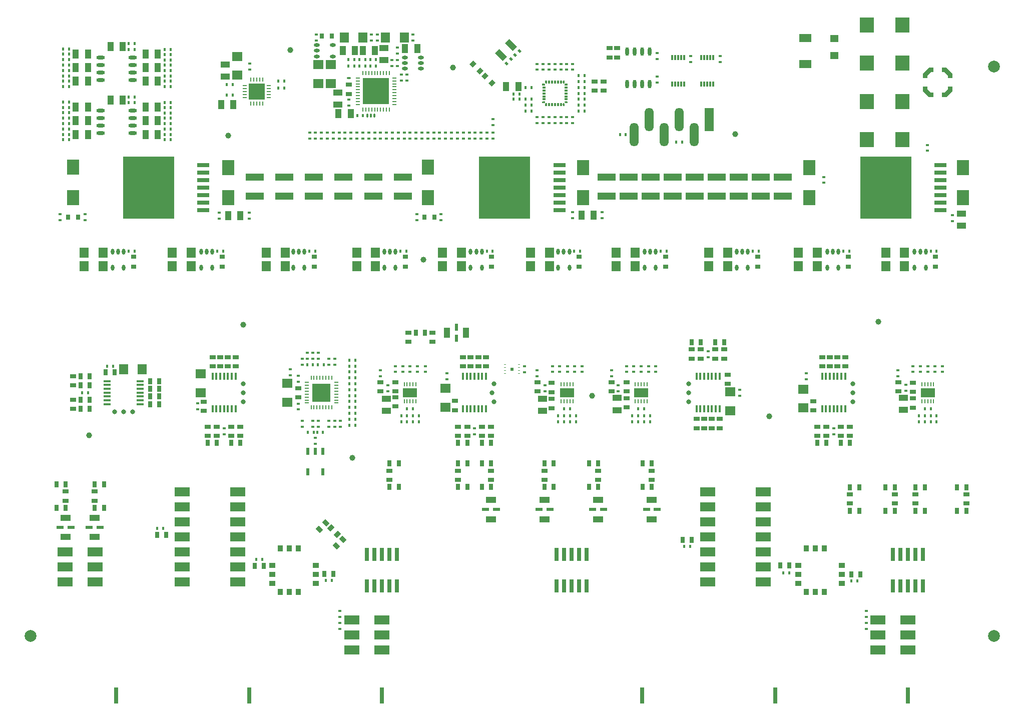
<source format=gtp>
G04*
G04 #@! TF.GenerationSoftware,Altium Limited,Altium Designer,19.1.8 (144)*
G04*
G04 Layer_Color=8421504*
%FSLAX44Y44*%
%MOMM*%
G71*
G01*
G75*
%ADD20R,0.2500X0.7000*%
%ADD21R,2.3800X1.6500*%
%ADD22C,1.0000*%
%ADD23R,3.0480X1.2700*%
%ADD24R,2.1000X1.4000*%
%ADD25R,1.8000X1.6000*%
%ADD26R,0.4000X0.5000*%
%ADD27R,0.5000X0.4000*%
%ADD28R,1.1000X1.5000*%
%ADD29R,1.5000X1.1000*%
%ADD30R,2.0860X0.6890*%
%ADD31R,8.6900X10.4680*%
%ADD32R,1.6000X1.8000*%
%ADD33R,0.4000X0.8500*%
%ADD34R,3.1000X3.1000*%
%ADD35O,0.7500X0.2500*%
%ADD36O,0.2500X0.7500*%
%ADD37R,0.5600X1.2000*%
%ADD38R,2.5400X1.6500*%
%ADD39C,2.0000*%
%ADD40R,2.3500X2.5700*%
%ADD41R,0.7600X2.1600*%
%ADD42R,0.8000X1.0000*%
%ADD43R,1.0000X0.8000*%
G04:AMPARAMS|DCode=44|XSize=1mm|YSize=0.8mm|CornerRadius=0mm|HoleSize=0mm|Usage=FLASHONLY|Rotation=135.000|XOffset=0mm|YOffset=0mm|HoleType=Round|Shape=Rectangle|*
%AMROTATEDRECTD44*
4,1,4,0.6364,-0.0707,0.0707,-0.6364,-0.6364,0.0707,-0.0707,0.6364,0.6364,-0.0707,0.0*
%
%ADD44ROTATEDRECTD44*%

G04:AMPARAMS|DCode=45|XSize=1mm|YSize=0.8mm|CornerRadius=0mm|HoleSize=0mm|Usage=FLASHONLY|Rotation=225.000|XOffset=0mm|YOffset=0mm|HoleType=Round|Shape=Rectangle|*
%AMROTATEDRECTD45*
4,1,4,0.0707,0.6364,0.6364,0.0707,-0.0707,-0.6364,-0.6364,-0.0707,0.0707,0.6364,0.0*
%
%ADD45ROTATEDRECTD45*%

%ADD46O,0.6000X1.0000*%
%ADD47O,1.4500X0.6000*%
%ADD48R,4.5000X4.5000*%
%ADD49O,1.0000X0.6000*%
%ADD50R,0.8000X0.9500*%
%ADD51R,0.9500X0.8000*%
%ADD52R,2.1500X2.5700*%
G04:AMPARAMS|DCode=53|XSize=0.95mm|YSize=0.8mm|CornerRadius=0mm|HoleSize=0mm|Usage=FLASHONLY|Rotation=45.000|XOffset=0mm|YOffset=0mm|HoleType=Round|Shape=Rectangle|*
%AMROTATEDRECTD53*
4,1,4,-0.0530,-0.6187,-0.6187,-0.0530,0.0530,0.6187,0.6187,0.0530,-0.0530,-0.6187,0.0*
%
%ADD53ROTATEDRECTD53*%

%ADD54R,1.0700X0.8200*%
%ADD55R,0.8200X1.0700*%
%ADD56R,0.8000X2.8000*%
%ADD57R,0.4500X1.2000*%
%ADD58R,2.7500X2.7500*%
%ADD59O,0.6000X1.4500*%
G04:AMPARAMS|DCode=60|XSize=1mm|YSize=1.8mm|CornerRadius=0mm|HoleSize=0mm|Usage=FLASHONLY|Rotation=45.000|XOffset=0mm|YOffset=0mm|HoleType=Round|Shape=Rectangle|*
%AMROTATEDRECTD60*
4,1,4,0.2828,-0.9900,-0.9900,0.2828,-0.2828,0.9900,0.9900,-0.2828,0.2828,-0.9900,0.0*
%
%ADD60ROTATEDRECTD60*%

%ADD61R,1.4000X1.3000*%
%ADD62R,1.2450X0.6100*%
%ADD63R,1.8000X1.0400*%
G04:AMPARAMS|DCode=64|XSize=0.5mm|YSize=0.4mm|CornerRadius=0mm|HoleSize=0mm|Usage=FLASHONLY|Rotation=135.000|XOffset=0mm|YOffset=0mm|HoleType=Round|Shape=Rectangle|*
%AMROTATEDRECTD64*
4,1,4,0.3182,-0.0354,0.0354,-0.3182,-0.3182,0.0354,-0.0354,0.3182,0.3182,-0.0354,0.0*
%
%ADD64ROTATEDRECTD64*%

%ADD65R,0.3500X0.0500*%
%ADD66R,0.5000X0.5000*%
%ADD67R,0.3000X0.2000*%
%ADD68R,0.3000X0.5500*%
%ADD69R,0.5500X0.3000*%
%ADD70R,0.2000X0.3000*%
%ADD71R,1.2000X0.4500*%
%ADD72R,0.6100X1.2450*%
%ADD73R,1.0400X1.8000*%
%ADD74C,0.8000*%
%ADD75O,0.3000X0.8000*%
%ADD76O,0.8000X0.3000*%
%ADD77O,1.5000X4.0000*%
%ADD78R,1.5000X4.0000*%
%ADD79P,0.7071X4X180.0*%
G36*
X712500Y550000D02*
Y542500D01*
X708501Y542500D01*
X702501Y536501D01*
X702498Y532499D01*
X695000Y532500D01*
X695000Y540000D01*
X705000Y550000D01*
X712500Y550000D01*
D02*
G37*
G36*
X745000Y540000D02*
X745000Y532500D01*
X737502Y532499D01*
X737499Y536501D01*
X731499Y542500D01*
X727500Y542500D01*
Y550000D01*
X735000Y550000D01*
X745000Y540000D01*
D02*
G37*
G36*
X89003Y523996D02*
X87852Y522847D01*
X86003Y522846D01*
Y527846D01*
X89003D01*
X89003Y523996D01*
D02*
G37*
G36*
X59003Y522846D02*
X57154Y522847D01*
X56002Y523996D01*
X56003Y527846D01*
X59003D01*
Y522846D01*
D02*
G37*
G36*
X94003Y522846D02*
Y519846D01*
X89003D01*
X89004Y521696D01*
X90153Y522847D01*
X94003Y522846D01*
D02*
G37*
G36*
X56003Y521695D02*
X56003Y519846D01*
X51003D01*
Y522846D01*
X54853Y522847D01*
X56003Y521695D01*
D02*
G37*
G36*
X745000Y517500D02*
X745000Y510000D01*
X735000Y500000D01*
X727500Y500000D01*
Y507500D01*
X731499Y507500D01*
X737499Y513499D01*
X737502Y517501D01*
X745000Y517500D01*
D02*
G37*
G36*
X702501Y513499D02*
X708501Y507500D01*
X712500Y507500D01*
Y500000D01*
X705000Y500000D01*
X695000Y510000D01*
X695000Y517500D01*
X702498Y517501D01*
X702501Y513499D01*
D02*
G37*
G36*
X94003Y489847D02*
X90153Y489846D01*
X89004Y490998D01*
X89003Y492847D01*
X94003D01*
Y489847D01*
D02*
G37*
G36*
X56003Y490998D02*
X54853Y489846D01*
X51003Y489846D01*
Y492846D01*
X56003D01*
X56003Y490998D01*
D02*
G37*
G36*
X87852Y489846D02*
X89004Y488697D01*
X89003Y484847D01*
X86003D01*
Y489846D01*
X87852Y489846D01*
D02*
G37*
G36*
X59004Y484847D02*
X56003D01*
X56003Y488697D01*
X57154Y489846D01*
X59004Y489846D01*
Y484847D01*
D02*
G37*
D20*
X693147Y-14350D02*
D03*
X698147D02*
D03*
X703147D02*
D03*
X708147D02*
D03*
X713147D02*
D03*
Y14150D02*
D03*
X708147D02*
D03*
X703147D02*
D03*
X698147D02*
D03*
X693147D02*
D03*
X83197Y-14349D02*
D03*
X88197D02*
D03*
X93197D02*
D03*
X98197D02*
D03*
X103197D02*
D03*
Y14151D02*
D03*
X98197D02*
D03*
X93197D02*
D03*
X88197D02*
D03*
X83197D02*
D03*
X208197Y-14300D02*
D03*
X213197D02*
D03*
X218197D02*
D03*
X223197D02*
D03*
X228197D02*
D03*
Y14200D02*
D03*
X223197D02*
D03*
X218197D02*
D03*
X213197D02*
D03*
X208197D02*
D03*
X-182553Y-14350D02*
D03*
X-177553D02*
D03*
X-172553D02*
D03*
X-167553D02*
D03*
X-162553D02*
D03*
Y14150D02*
D03*
X-167553D02*
D03*
X-172553D02*
D03*
X-177553D02*
D03*
X-182553D02*
D03*
D21*
X703147Y-100D02*
D03*
X93197Y-99D02*
D03*
X218197Y-50D02*
D03*
X-172553Y-100D02*
D03*
D22*
X-715145Y-72500D02*
D03*
X377500Y437500D02*
D03*
X-150000Y225000D02*
D03*
X620000Y120000D02*
D03*
X435000Y-40000D02*
D03*
X-100000Y550000D02*
D03*
X-375000Y580000D02*
D03*
X-480000Y435000D02*
D03*
X135000Y-5000D02*
D03*
X-455000Y115000D02*
D03*
X-270000Y-110000D02*
D03*
D23*
X420378Y332450D02*
D03*
Y364450D02*
D03*
X-285050Y332450D02*
D03*
Y364450D02*
D03*
X-335050Y332450D02*
D03*
Y364450D02*
D03*
X308787Y332450D02*
D03*
Y364450D02*
D03*
X271591Y332450D02*
D03*
Y364450D02*
D03*
X234394Y332450D02*
D03*
Y364450D02*
D03*
X160000Y332450D02*
D03*
Y364450D02*
D03*
X197197Y332450D02*
D03*
Y364450D02*
D03*
X345984Y332450D02*
D03*
Y364450D02*
D03*
X383181Y332450D02*
D03*
Y364450D02*
D03*
X457575Y332450D02*
D03*
Y364450D02*
D03*
X-435050Y332450D02*
D03*
Y364450D02*
D03*
X-385050Y332450D02*
D03*
Y364450D02*
D03*
X-235050Y332450D02*
D03*
Y364450D02*
D03*
X-185050Y332450D02*
D03*
Y364450D02*
D03*
D24*
X496000Y555873D02*
D03*
Y599873D02*
D03*
D25*
X-327500Y555000D02*
D03*
Y523000D02*
D03*
X-306500Y555000D02*
D03*
Y523000D02*
D03*
X492500Y-26000D02*
D03*
X492500Y6000D02*
D03*
X-465000Y537000D02*
D03*
Y569000D02*
D03*
X-113000Y-25000D02*
D03*
Y7000D02*
D03*
X369000Y-31000D02*
D03*
Y1000D02*
D03*
X-526851Y31500D02*
D03*
Y-500D02*
D03*
X-380000Y15876D02*
D03*
Y-16123D02*
D03*
D26*
X278004Y424200D02*
D03*
X288004D02*
D03*
X-275000Y-45000D02*
D03*
X-265000D02*
D03*
X-328290Y47500D02*
D03*
X-318290D02*
D03*
X-329840Y-67000D02*
D03*
X-319840D02*
D03*
X-346790Y47500D02*
D03*
X-336790D02*
D03*
X-345240Y-67000D02*
D03*
X-335240D02*
D03*
X-265000Y45000D02*
D03*
X-275000D02*
D03*
X-265000Y-25000D02*
D03*
X-275000D02*
D03*
X-265000Y-35000D02*
D03*
X-275000D02*
D03*
X-265000Y15000D02*
D03*
X-275000D02*
D03*
X-265000Y5000D02*
D03*
X-275000D02*
D03*
X-265000Y-5000D02*
D03*
X-275000D02*
D03*
X-265000Y-55000D02*
D03*
X-275000D02*
D03*
X-265000Y55000D02*
D03*
X-275000D02*
D03*
X-265000Y35000D02*
D03*
X-275000D02*
D03*
X-265000Y25000D02*
D03*
X-275000D02*
D03*
X-265000Y-15000D02*
D03*
X-275000D02*
D03*
X-638750Y500400D02*
D03*
X32503Y486347D02*
D03*
X22503D02*
D03*
X-638750Y590400D02*
D03*
X-648750D02*
D03*
X-638750Y580400D02*
D03*
X-648750D02*
D03*
X-749750Y535900D02*
D03*
X-759750D02*
D03*
X-749750Y526900D02*
D03*
X-759750D02*
D03*
Y545270D02*
D03*
X-749750D02*
D03*
X-759750Y554270D02*
D03*
X-749750D02*
D03*
X-749750Y517900D02*
D03*
X-759750D02*
D03*
X-749750Y572489D02*
D03*
X-759750D02*
D03*
Y563489D02*
D03*
X-749750D02*
D03*
X-759750Y581489D02*
D03*
X-749750D02*
D03*
Y445900D02*
D03*
X-759750D02*
D03*
X-749750Y427900D02*
D03*
X-759750D02*
D03*
X-749750Y436900D02*
D03*
X-759750D02*
D03*
Y473489D02*
D03*
X-749750D02*
D03*
Y482489D02*
D03*
X-759750D02*
D03*
Y491489D02*
D03*
X-749750D02*
D03*
X-759750Y455270D02*
D03*
X-749750D02*
D03*
X-759750Y464270D02*
D03*
X-749750D02*
D03*
X-648750Y500400D02*
D03*
X-638750Y490400D02*
D03*
X-648750D02*
D03*
X291500Y-260000D02*
D03*
X301500D02*
D03*
X-277000Y552500D02*
D03*
X-267000D02*
D03*
X-267000Y563500D02*
D03*
X-277000D02*
D03*
X-258500Y563500D02*
D03*
X-248500Y563500D02*
D03*
X-248500Y552500D02*
D03*
X-258500D02*
D03*
X-230000D02*
D03*
X-240000D02*
D03*
Y563500D02*
D03*
X-230000D02*
D03*
X-332750Y239100D02*
D03*
X-342750D02*
D03*
X115250D02*
D03*
X105250D02*
D03*
X261250D02*
D03*
X251250D02*
D03*
X-178750D02*
D03*
X-188750D02*
D03*
X-638750D02*
D03*
X-648750D02*
D03*
X570250D02*
D03*
X560250D02*
D03*
X-488750D02*
D03*
X-498750D02*
D03*
X-32750D02*
D03*
X-42750D02*
D03*
X417250D02*
D03*
X407250D02*
D03*
X718250D02*
D03*
X708250D02*
D03*
X-685000Y44600D02*
D03*
X-675000D02*
D03*
X-577750Y535900D02*
D03*
X-587750D02*
D03*
Y526900D02*
D03*
X-577750D02*
D03*
Y545270D02*
D03*
X-587750D02*
D03*
Y554270D02*
D03*
X-577750D02*
D03*
X-587750Y517900D02*
D03*
X-577750D02*
D03*
X-587750Y580900D02*
D03*
X-577750D02*
D03*
X-587750Y571900D02*
D03*
X-577750D02*
D03*
X-587750Y562900D02*
D03*
X-577750D02*
D03*
X-577750Y445900D02*
D03*
X-587750D02*
D03*
Y436900D02*
D03*
X-577750D02*
D03*
Y455270D02*
D03*
X-587750D02*
D03*
Y464270D02*
D03*
X-577750D02*
D03*
X-587750Y427900D02*
D03*
X-577750D02*
D03*
X-587750Y490900D02*
D03*
X-577750D02*
D03*
X-587750Y481900D02*
D03*
X-577750D02*
D03*
X-587750Y472900D02*
D03*
X-577750D02*
D03*
X-432720Y-282530D02*
D03*
X-422720D02*
D03*
X-315000Y-317500D02*
D03*
X-305000D02*
D03*
X-600000Y-230000D02*
D03*
X-590000D02*
D03*
X469000Y-305000D02*
D03*
X459000D02*
D03*
X573750Y-318250D02*
D03*
X583750D02*
D03*
X698147Y-39600D02*
D03*
X688147D02*
D03*
X718147Y-49600D02*
D03*
X708147D02*
D03*
X698147D02*
D03*
X688147D02*
D03*
X-472500Y521500D02*
D03*
X-482500D02*
D03*
X-472500Y503350D02*
D03*
X-482500D02*
D03*
X-385500Y527350D02*
D03*
X-395500D02*
D03*
X-385500Y515350D02*
D03*
X-395500D02*
D03*
X-252000Y469000D02*
D03*
X-262000Y469000D02*
D03*
X213197Y-27050D02*
D03*
X223197D02*
D03*
X182500Y436700D02*
D03*
X192500D02*
D03*
X233197Y-49550D02*
D03*
X223197D02*
D03*
X108197Y-39599D02*
D03*
X98197Y-39599D02*
D03*
X88197D02*
D03*
X78197D02*
D03*
X88197Y-49599D02*
D03*
X78197D02*
D03*
X-157553Y-39600D02*
D03*
X-167553Y-39600D02*
D03*
X-177553D02*
D03*
X-187553D02*
D03*
X-177553Y-49600D02*
D03*
X-187553D02*
D03*
X122503Y496347D02*
D03*
X112503D02*
D03*
X22503Y476347D02*
D03*
X32503D02*
D03*
X22503Y516347D02*
D03*
X32503D02*
D03*
Y496347D02*
D03*
X22503D02*
D03*
X122503Y486347D02*
D03*
X112503D02*
D03*
X122503Y516347D02*
D03*
X112503D02*
D03*
X213197Y-39550D02*
D03*
X203197D02*
D03*
X213197Y-49550D02*
D03*
X203197D02*
D03*
X12503Y505597D02*
D03*
X2503D02*
D03*
X-717250Y-0D02*
D03*
X-727250D02*
D03*
X122503Y536347D02*
D03*
X112503D02*
D03*
X122503Y526347D02*
D03*
X112503D02*
D03*
X233197Y-39550D02*
D03*
X223197D02*
D03*
X88197Y-27099D02*
D03*
X98197Y-27099D02*
D03*
X108197Y-49599D02*
D03*
X98197D02*
D03*
X-177553Y-27100D02*
D03*
X-167553Y-27100D02*
D03*
X12503Y496597D02*
D03*
X2503D02*
D03*
X-157553Y-49600D02*
D03*
X-167553D02*
D03*
X122503Y506347D02*
D03*
X112503D02*
D03*
X122503Y476347D02*
D03*
X112503D02*
D03*
X708147Y-39600D02*
D03*
X718147Y-39600D02*
D03*
X708147Y-27100D02*
D03*
X698147Y-27100D02*
D03*
D27*
X-495000Y294505D02*
D03*
Y304505D02*
D03*
X745000Y290000D02*
D03*
Y300000D02*
D03*
X-300000Y57500D02*
D03*
Y47500D02*
D03*
X-291073Y-369350D02*
D03*
Y-379350D02*
D03*
X598927Y-369350D02*
D03*
Y-379350D02*
D03*
X-328040Y-57500D02*
D03*
Y-47500D02*
D03*
X-327840Y57500D02*
D03*
Y67500D02*
D03*
X-337240Y57500D02*
D03*
Y67500D02*
D03*
X-346790D02*
D03*
Y57500D02*
D03*
X-332540Y-86500D02*
D03*
Y-76500D02*
D03*
X-337040Y-57500D02*
D03*
Y-47500D02*
D03*
X-290919Y-57500D02*
D03*
Y-47500D02*
D03*
X-32500Y463000D02*
D03*
Y453000D02*
D03*
X-355084Y-47500D02*
D03*
Y-57500D02*
D03*
X-310000Y-47500D02*
D03*
Y-57500D02*
D03*
X-299960D02*
D03*
Y-47500D02*
D03*
X302500Y559600D02*
D03*
Y569600D02*
D03*
X-444000Y546500D02*
D03*
Y556500D02*
D03*
X-228000Y596000D02*
D03*
Y606000D02*
D03*
X-238000Y596000D02*
D03*
Y606000D02*
D03*
X-168000Y596000D02*
D03*
Y606000D02*
D03*
X-177500Y538000D02*
D03*
Y528000D02*
D03*
X-375000Y29600D02*
D03*
Y39600D02*
D03*
X-331000Y606000D02*
D03*
Y596000D02*
D03*
X652500Y27500D02*
D03*
Y37500D02*
D03*
X42500Y27500D02*
D03*
Y37500D02*
D03*
X168000Y27550D02*
D03*
Y37550D02*
D03*
X-222500Y27500D02*
D03*
Y37500D02*
D03*
X497500Y32500D02*
D03*
Y22500D02*
D03*
X-531850Y-28000D02*
D03*
Y-18000D02*
D03*
X-110000Y32750D02*
D03*
Y22750D02*
D03*
X385000Y5000D02*
D03*
Y-5000D02*
D03*
X-765000Y301850D02*
D03*
Y291850D02*
D03*
X-722500Y292100D02*
D03*
Y302100D02*
D03*
X-444600Y294505D02*
D03*
Y304505D02*
D03*
X102500Y295000D02*
D03*
Y305000D02*
D03*
X-161250Y302100D02*
D03*
Y292100D02*
D03*
X-120000D02*
D03*
Y302100D02*
D03*
X152500Y295000D02*
D03*
Y305000D02*
D03*
X527500Y355000D02*
D03*
Y365000D02*
D03*
X702500Y419206D02*
D03*
Y409206D02*
D03*
X-291073Y-399850D02*
D03*
Y-389850D02*
D03*
X-362000Y18376D02*
D03*
Y28377D02*
D03*
Y-28623D02*
D03*
Y-18623D02*
D03*
X544000Y-60250D02*
D03*
Y-70250D02*
D03*
X728147Y34900D02*
D03*
Y44900D02*
D03*
X715647D02*
D03*
Y34900D02*
D03*
X703147Y44900D02*
D03*
Y34900D02*
D03*
X690647Y44900D02*
D03*
Y34900D02*
D03*
X678147Y44900D02*
D03*
Y34900D02*
D03*
X666000Y3000D02*
D03*
Y13000D02*
D03*
X598927Y-389850D02*
D03*
Y-399850D02*
D03*
X245753Y564603D02*
D03*
Y574603D02*
D03*
X245753Y534603D02*
D03*
X245753Y524603D02*
D03*
X-194000Y574000D02*
D03*
Y584000D02*
D03*
X-187500Y538000D02*
D03*
Y528000D02*
D03*
X-276500Y486000D02*
D03*
Y496000D02*
D03*
X118147Y34900D02*
D03*
Y44900D02*
D03*
X205947Y44950D02*
D03*
X205947Y34950D02*
D03*
X193447Y44950D02*
D03*
Y34950D02*
D03*
X179700Y2600D02*
D03*
X179700Y12600D02*
D03*
X102503Y556347D02*
D03*
Y546347D02*
D03*
X93448Y44950D02*
D03*
Y34950D02*
D03*
X230697Y44950D02*
D03*
Y34950D02*
D03*
X82503Y556347D02*
D03*
Y546347D02*
D03*
X-172553Y44900D02*
D03*
X-172553Y34900D02*
D03*
X80697Y44950D02*
D03*
Y34950D02*
D03*
X-63500Y-60250D02*
D03*
Y-70250D02*
D03*
X52753Y556347D02*
D03*
Y546347D02*
D03*
X72503Y556347D02*
D03*
Y546347D02*
D03*
X-355084Y57500D02*
D03*
Y47500D02*
D03*
X42503Y466347D02*
D03*
Y456347D02*
D03*
X92503D02*
D03*
Y466347D02*
D03*
X-146853Y34900D02*
D03*
Y44900D02*
D03*
X62503Y456347D02*
D03*
Y466347D02*
D03*
X105697Y44950D02*
D03*
Y34950D02*
D03*
X218447Y44950D02*
D03*
Y34950D02*
D03*
X42503Y556347D02*
D03*
Y546347D02*
D03*
X62503Y556347D02*
D03*
Y546347D02*
D03*
X55700Y2600D02*
D03*
Y12600D02*
D03*
X68197Y44950D02*
D03*
Y34950D02*
D03*
X-197303Y44900D02*
D03*
Y34900D02*
D03*
X-185053Y44900D02*
D03*
Y34900D02*
D03*
X-209800Y2100D02*
D03*
Y12100D02*
D03*
X352500Y569600D02*
D03*
Y559600D02*
D03*
X82503Y466347D02*
D03*
Y456347D02*
D03*
X-160053Y44900D02*
D03*
Y34900D02*
D03*
X-310000Y57500D02*
D03*
Y47500D02*
D03*
X-487250Y-60250D02*
D03*
Y-70250D02*
D03*
X243147Y34900D02*
D03*
Y44900D02*
D03*
X331500Y60250D02*
D03*
Y70250D02*
D03*
X92253Y556347D02*
D03*
Y546347D02*
D03*
X21000Y44600D02*
D03*
Y34600D02*
D03*
X72503Y456347D02*
D03*
Y466347D02*
D03*
X102503Y456347D02*
D03*
Y466347D02*
D03*
X-132500Y430000D02*
D03*
Y440000D02*
D03*
X-42500Y430000D02*
D03*
X-42500Y440000D02*
D03*
X-312500Y430000D02*
D03*
Y440000D02*
D03*
X-203000Y563000D02*
D03*
X-203000Y553000D02*
D03*
X-282500Y430000D02*
D03*
Y440000D02*
D03*
X52503Y466347D02*
D03*
Y456347D02*
D03*
X-272500Y440000D02*
D03*
Y430000D02*
D03*
X-302500Y440000D02*
D03*
Y430000D02*
D03*
X-292500Y440000D02*
D03*
X-292500Y430000D02*
D03*
X-322500Y440000D02*
D03*
Y430000D02*
D03*
X-342500Y440000D02*
D03*
Y430000D02*
D03*
X-332500Y440000D02*
D03*
X-332500Y430000D02*
D03*
X-262500Y440000D02*
D03*
Y430000D02*
D03*
X-252500Y440000D02*
D03*
Y430000D02*
D03*
X-242500Y440000D02*
D03*
Y430000D02*
D03*
X-232500Y440000D02*
D03*
X-232500Y430000D02*
D03*
X-222500Y440000D02*
D03*
Y430000D02*
D03*
X-212500Y440000D02*
D03*
X-212500Y430000D02*
D03*
X-202500Y440000D02*
D03*
Y430000D02*
D03*
X-192500Y440000D02*
D03*
Y430000D02*
D03*
X-182500Y440000D02*
D03*
X-182500Y430000D02*
D03*
X-172500Y440000D02*
D03*
Y430000D02*
D03*
X-162500Y440000D02*
D03*
Y430000D02*
D03*
X-152500Y440000D02*
D03*
Y430000D02*
D03*
X-142500Y440000D02*
D03*
Y430000D02*
D03*
X-122500Y440000D02*
D03*
X-122500Y430000D02*
D03*
X-112500Y440000D02*
D03*
Y430000D02*
D03*
X-102500Y440000D02*
D03*
X-102500Y430000D02*
D03*
X-92500Y440000D02*
D03*
X-92500Y430000D02*
D03*
X-82500Y440000D02*
D03*
X-82500Y430000D02*
D03*
X-72500Y440000D02*
D03*
Y430000D02*
D03*
X-62500Y440000D02*
D03*
Y430000D02*
D03*
X-52500Y440000D02*
D03*
Y430000D02*
D03*
X-32500Y440000D02*
D03*
Y430000D02*
D03*
X-194000Y553000D02*
D03*
Y563000D02*
D03*
D28*
X117250Y300000D02*
D03*
X137750D02*
D03*
X-717500Y572900D02*
D03*
X-738000D02*
D03*
X-717500Y526900D02*
D03*
X-738000D02*
D03*
X-717500Y549925D02*
D03*
X-738000D02*
D03*
X-619750Y526900D02*
D03*
X-599250D02*
D03*
X-620000Y549925D02*
D03*
X-599500D02*
D03*
X-658500Y585400D02*
D03*
X-679000D02*
D03*
X-619750Y436900D02*
D03*
X-599250D02*
D03*
X-620000Y459925D02*
D03*
X-599500D02*
D03*
X-717500Y482900D02*
D03*
X-738000D02*
D03*
X-717500Y459925D02*
D03*
X-738000D02*
D03*
X-717500Y436900D02*
D03*
X-738000D02*
D03*
X-658500Y495400D02*
D03*
X-679000D02*
D03*
X-266000Y579000D02*
D03*
X-286500D02*
D03*
X-252500D02*
D03*
X-232000D02*
D03*
X-620000Y572900D02*
D03*
X-599500D02*
D03*
X-620000Y482900D02*
D03*
X-599500Y482900D02*
D03*
X-459750Y299505D02*
D03*
X-480250D02*
D03*
X-492250Y487100D02*
D03*
X-471750Y487100D02*
D03*
X-160500Y582000D02*
D03*
X-181000Y582000D02*
D03*
X-273000Y472000D02*
D03*
X-293500Y472000D02*
D03*
X-9997Y517597D02*
D03*
X10503D02*
D03*
D29*
X760000Y302750D02*
D03*
Y282250D02*
D03*
X-217000Y562500D02*
D03*
X-217000Y583000D02*
D03*
X662000Y-29250D02*
D03*
Y-8750D02*
D03*
X-485000Y555250D02*
D03*
Y534750D02*
D03*
X-295000Y507500D02*
D03*
X-295000Y487000D02*
D03*
X51700Y-30650D02*
D03*
Y-10150D02*
D03*
X-212300Y-30650D02*
D03*
X-212300Y-10150D02*
D03*
X177700Y-29650D02*
D03*
Y-9150D02*
D03*
D30*
X80125Y308950D02*
D03*
Y321650D02*
D03*
Y334350D02*
D03*
Y347050D02*
D03*
Y359750D02*
D03*
Y372450D02*
D03*
Y385150D02*
D03*
X724710Y308950D02*
D03*
Y321650D02*
D03*
Y334350D02*
D03*
Y347050D02*
D03*
Y359750D02*
D03*
Y372450D02*
D03*
Y385150D02*
D03*
X-522375Y308950D02*
D03*
Y321650D02*
D03*
Y334350D02*
D03*
Y347050D02*
D03*
Y359750D02*
D03*
Y372450D02*
D03*
Y385150D02*
D03*
D31*
X-12585Y347050D02*
D03*
X632000D02*
D03*
X-615085D02*
D03*
D32*
X-692000Y213600D02*
D03*
X-724000D02*
D03*
X516000D02*
D03*
X484000D02*
D03*
X-543000D02*
D03*
X-575000D02*
D03*
X-86000D02*
D03*
X-118000D02*
D03*
X365000D02*
D03*
X333000D02*
D03*
X664000D02*
D03*
X632000D02*
D03*
X63000D02*
D03*
X31000D02*
D03*
X208000D02*
D03*
X176000D02*
D03*
X-231000D02*
D03*
X-263000D02*
D03*
X-384000D02*
D03*
X-416000D02*
D03*
X-692000Y236600D02*
D03*
X-724000D02*
D03*
X516000D02*
D03*
X484000D02*
D03*
X-543000D02*
D03*
X-575000D02*
D03*
X-86000D02*
D03*
X-118000D02*
D03*
X365000D02*
D03*
X333000D02*
D03*
X664000D02*
D03*
X632000D02*
D03*
X63000D02*
D03*
X31000D02*
D03*
X208000D02*
D03*
X176000D02*
D03*
X-231000D02*
D03*
X-263000D02*
D03*
X-384000D02*
D03*
X-416000D02*
D03*
X-252000Y601000D02*
D03*
X-284000Y601000D02*
D03*
X-214000Y601000D02*
D03*
X-182000D02*
D03*
X-625500Y39600D02*
D03*
X-657500Y39600D02*
D03*
D33*
X290753Y522103D02*
D03*
X285753D02*
D03*
X280753D02*
D03*
X275753D02*
D03*
X270753D02*
D03*
Y567103D02*
D03*
X275753Y567103D02*
D03*
X280753Y567103D02*
D03*
X290753Y567103D02*
D03*
X285753Y567103D02*
D03*
X335000Y567100D02*
D03*
X340000Y567100D02*
D03*
X330000Y567100D02*
D03*
X325000Y567100D02*
D03*
X320000D02*
D03*
X320000Y522100D02*
D03*
X325000D02*
D03*
X330000Y522100D02*
D03*
X335000D02*
D03*
X340000Y522100D02*
D03*
D34*
X-322540Y-124D02*
D03*
D35*
X-347540Y-17623D02*
D03*
Y-12623D02*
D03*
Y-7624D02*
D03*
Y-2623D02*
D03*
Y2377D02*
D03*
Y7376D02*
D03*
Y12377D02*
D03*
Y17377D02*
D03*
X-297540D02*
D03*
Y12377D02*
D03*
Y7376D02*
D03*
Y2377D02*
D03*
Y-2623D02*
D03*
Y-7624D02*
D03*
Y-12623D02*
D03*
X-297540Y-17623D02*
D03*
X-199250Y532500D02*
D03*
Y527500D02*
D03*
Y522500D02*
D03*
Y517500D02*
D03*
Y512500D02*
D03*
Y507500D02*
D03*
Y502500D02*
D03*
Y497500D02*
D03*
Y492500D02*
D03*
Y487500D02*
D03*
X-260750D02*
D03*
X-260750Y492500D02*
D03*
Y497500D02*
D03*
Y502500D02*
D03*
X-260750Y507500D02*
D03*
Y512500D02*
D03*
X-260750Y517500D02*
D03*
X-260750Y522500D02*
D03*
X-260750Y527500D02*
D03*
X-260750Y532500D02*
D03*
X-412000Y519500D02*
D03*
X-412000Y514500D02*
D03*
X-412000Y509500D02*
D03*
Y504500D02*
D03*
X-412000Y499500D02*
D03*
X-452000D02*
D03*
Y504500D02*
D03*
Y509500D02*
D03*
X-452000Y514500D02*
D03*
Y519500D02*
D03*
D36*
X-340040Y24877D02*
D03*
X-335040D02*
D03*
X-330040D02*
D03*
X-325040D02*
D03*
X-320040D02*
D03*
X-315040D02*
D03*
X-310040D02*
D03*
X-305040D02*
D03*
Y-25124D02*
D03*
X-310040D02*
D03*
X-315040D02*
D03*
X-320040D02*
D03*
X-325040D02*
D03*
X-330040D02*
D03*
X-335040D02*
D03*
X-340040D02*
D03*
X-207500Y479250D02*
D03*
X-212500D02*
D03*
X-217500D02*
D03*
X-222500D02*
D03*
X-227500D02*
D03*
X-232500D02*
D03*
X-237500D02*
D03*
X-242500D02*
D03*
X-247500D02*
D03*
X-252500D02*
D03*
Y540750D02*
D03*
X-247500D02*
D03*
X-242500D02*
D03*
X-237500D02*
D03*
X-232500D02*
D03*
X-227500D02*
D03*
X-222500D02*
D03*
X-217500D02*
D03*
X-212500D02*
D03*
X-207500D02*
D03*
X-442000Y529500D02*
D03*
X-437000Y529500D02*
D03*
X-432000Y529500D02*
D03*
X-427000Y529500D02*
D03*
X-422000Y489500D02*
D03*
X-427000Y489500D02*
D03*
X-432000D02*
D03*
X-437000D02*
D03*
X-442000D02*
D03*
X-422000Y529500D02*
D03*
D37*
X-345240Y-99700D02*
D03*
X-332540D02*
D03*
X-319840D02*
D03*
Y-134000D02*
D03*
X-345240D02*
D03*
D38*
X-270800Y-435400D02*
D03*
Y-410000D02*
D03*
Y-384600D02*
D03*
X-220000D02*
D03*
Y-410000D02*
D03*
Y-435400D02*
D03*
X331250Y-168300D02*
D03*
Y-193700D02*
D03*
Y-219100D02*
D03*
Y-244500D02*
D03*
Y-269900D02*
D03*
Y-295300D02*
D03*
Y-320700D02*
D03*
X425250Y-320700D02*
D03*
Y-295300D02*
D03*
Y-269900D02*
D03*
Y-244500D02*
D03*
X425250Y-219100D02*
D03*
X425250Y-193700D02*
D03*
Y-168300D02*
D03*
X670000Y-435400D02*
D03*
Y-410000D02*
D03*
Y-384600D02*
D03*
X619200D02*
D03*
X619200Y-410000D02*
D03*
X619200Y-435400D02*
D03*
X-756000Y-320400D02*
D03*
X-756000Y-295000D02*
D03*
X-756000Y-269600D02*
D03*
X-705200D02*
D03*
Y-295000D02*
D03*
Y-320400D02*
D03*
X-558250Y-168100D02*
D03*
X-558250Y-193500D02*
D03*
X-558250Y-218900D02*
D03*
Y-244300D02*
D03*
Y-269700D02*
D03*
Y-295100D02*
D03*
Y-320500D02*
D03*
X-464250D02*
D03*
Y-295100D02*
D03*
Y-269700D02*
D03*
Y-244300D02*
D03*
Y-218900D02*
D03*
Y-193500D02*
D03*
Y-168100D02*
D03*
D39*
X815000Y551650D02*
D03*
Y-411650D02*
D03*
X-815000D02*
D03*
D40*
X600000Y492200D02*
D03*
Y427800D02*
D03*
X660000Y492200D02*
D03*
Y427800D02*
D03*
X660000Y557800D02*
D03*
Y622200D02*
D03*
X600000Y557800D02*
D03*
Y622200D02*
D03*
D41*
X644600Y-326950D02*
D03*
X657300D02*
D03*
X670000D02*
D03*
X682700D02*
D03*
X695400D02*
D03*
Y-273350D02*
D03*
X682700D02*
D03*
X670000D02*
D03*
X657300D02*
D03*
X644600D02*
D03*
X74975D02*
D03*
X87675D02*
D03*
X100375D02*
D03*
X113075D02*
D03*
X125775D02*
D03*
Y-326950D02*
D03*
X113075D02*
D03*
X100375D02*
D03*
X87675D02*
D03*
X74975D02*
D03*
X-245400Y-273350D02*
D03*
X-232700D02*
D03*
X-220000D02*
D03*
X-207300D02*
D03*
X-194600D02*
D03*
Y-326950D02*
D03*
X-207300Y-326950D02*
D03*
X-220000Y-326950D02*
D03*
X-232700D02*
D03*
X-245400D02*
D03*
D42*
X698200Y-160000D02*
D03*
X682700D02*
D03*
X698200Y-200000D02*
D03*
X682700D02*
D03*
X-755200Y-155250D02*
D03*
X-770700D02*
D03*
X-755200Y-195250D02*
D03*
X-770700D02*
D03*
X-706000Y-155250D02*
D03*
X-690500D02*
D03*
X-706000Y-195250D02*
D03*
X-690500D02*
D03*
X-207300Y-119750D02*
D03*
X-191800D02*
D03*
X-207300Y-159750D02*
D03*
X-191800D02*
D03*
X-91250D02*
D03*
X-75750D02*
D03*
X-91250Y-119750D02*
D03*
X-75750D02*
D03*
X-35750D02*
D03*
X-51250D02*
D03*
X-35750Y-159750D02*
D03*
X-51250D02*
D03*
X145750Y-119750D02*
D03*
X130250D02*
D03*
X145750Y-159750D02*
D03*
X130250D02*
D03*
X647300Y-160000D02*
D03*
X631800D02*
D03*
X647300Y-200000D02*
D03*
X631800D02*
D03*
X768250Y-160002D02*
D03*
X752750D02*
D03*
X571750Y-160000D02*
D03*
X587250D02*
D03*
X768250Y-200002D02*
D03*
X752750D02*
D03*
X236500Y-119750D02*
D03*
X221000D02*
D03*
X236500Y-159750D02*
D03*
X221000D02*
D03*
X571750Y-200000D02*
D03*
X587250D02*
D03*
X55000Y-119750D02*
D03*
X70500D02*
D03*
X55000Y-159750D02*
D03*
X70500D02*
D03*
X-147250Y101600D02*
D03*
X-162750D02*
D03*
X-435500Y-293500D02*
D03*
X-420000D02*
D03*
X-585000Y-241000D02*
D03*
X-600500D02*
D03*
X453500Y-292530D02*
D03*
X469000D02*
D03*
X304000Y-249000D02*
D03*
X288500D02*
D03*
X-317500Y-306500D02*
D03*
X-302000D02*
D03*
X556250Y-85250D02*
D03*
X571750D02*
D03*
X516250D02*
D03*
X531750D02*
D03*
X573750Y-307770D02*
D03*
X589250D02*
D03*
X319250Y85250D02*
D03*
X303750D02*
D03*
X359250D02*
D03*
X343750D02*
D03*
X-515000Y-85250D02*
D03*
X-499500D02*
D03*
X-612500Y19500D02*
D03*
X-597000D02*
D03*
X-730000Y-27750D02*
D03*
X-714500D02*
D03*
X-687750Y34600D02*
D03*
X-672250D02*
D03*
X-51250Y-85250D02*
D03*
X-35750D02*
D03*
X-91250D02*
D03*
X-75750D02*
D03*
X-475000Y-85250D02*
D03*
X-459500D02*
D03*
X-730000Y27750D02*
D03*
X-714500D02*
D03*
Y12250D02*
D03*
X-730000D02*
D03*
X-612500Y6500D02*
D03*
X-597000D02*
D03*
X-730000Y-12250D02*
D03*
X-714500D02*
D03*
X-612500Y-19500D02*
D03*
X-597000D02*
D03*
X-612500Y-6500D02*
D03*
X-597000D02*
D03*
D43*
X682700Y-187750D02*
D03*
Y-172250D02*
D03*
X-755200Y-167500D02*
D03*
Y-183000D02*
D03*
X-706000Y-167500D02*
D03*
Y-183000D02*
D03*
X-207300Y-132000D02*
D03*
Y-147500D02*
D03*
X-91250D02*
D03*
Y-132000D02*
D03*
X-35750D02*
D03*
Y-147500D02*
D03*
X145750Y-132000D02*
D03*
Y-147500D02*
D03*
X647300Y-172250D02*
D03*
Y-187750D02*
D03*
X768250Y-172252D02*
D03*
Y-187752D02*
D03*
X236500Y-132000D02*
D03*
Y-147500D02*
D03*
X571750Y-172250D02*
D03*
Y-187750D02*
D03*
X55000Y-132000D02*
D03*
Y-147500D02*
D03*
X-135000Y101600D02*
D03*
Y86100D02*
D03*
X-175000Y101600D02*
D03*
Y86100D02*
D03*
X165000Y567250D02*
D03*
Y582750D02*
D03*
X177500Y567250D02*
D03*
Y582750D02*
D03*
X155000Y511000D02*
D03*
Y526500D02*
D03*
X140000Y511000D02*
D03*
Y526500D02*
D03*
X-276000Y521000D02*
D03*
Y505500D02*
D03*
X563500Y44500D02*
D03*
Y60000D02*
D03*
X550500Y44500D02*
D03*
Y60000D02*
D03*
X537500Y44500D02*
D03*
Y60000D02*
D03*
X524500D02*
D03*
Y44500D02*
D03*
X510000Y-30000D02*
D03*
Y-14500D02*
D03*
X571750Y-73000D02*
D03*
Y-57500D02*
D03*
X556250Y-73000D02*
D03*
Y-57500D02*
D03*
X531750Y-73000D02*
D03*
Y-57500D02*
D03*
X516250Y-73000D02*
D03*
Y-57500D02*
D03*
X678000Y1250D02*
D03*
Y16750D02*
D03*
X653147Y17650D02*
D03*
Y2150D02*
D03*
X678000Y-10000D02*
D03*
Y-25500D02*
D03*
X325000Y-44500D02*
D03*
Y-60000D02*
D03*
X338000Y-44500D02*
D03*
Y-60000D02*
D03*
X-83000Y44500D02*
D03*
Y60000D02*
D03*
X168197Y17700D02*
D03*
Y2200D02*
D03*
X-44000Y44500D02*
D03*
Y60000D02*
D03*
X-97000Y-29500D02*
D03*
Y-14000D02*
D03*
X66700Y-10650D02*
D03*
Y-26150D02*
D03*
X-91250Y-73000D02*
D03*
Y-57500D02*
D03*
X-35750Y-73000D02*
D03*
Y-57500D02*
D03*
X66700Y850D02*
D03*
Y16350D02*
D03*
X-362000Y7627D02*
D03*
Y-7873D02*
D03*
X-75750Y-73000D02*
D03*
Y-57500D02*
D03*
X-51250Y-73000D02*
D03*
Y-57500D02*
D03*
X-197553Y2150D02*
D03*
Y17650D02*
D03*
X-197300Y-7650D02*
D03*
Y-23150D02*
D03*
X-506750Y44500D02*
D03*
Y60000D02*
D03*
X-742250Y27750D02*
D03*
Y12250D02*
D03*
X-480750Y44500D02*
D03*
Y60000D02*
D03*
X-493750Y44500D02*
D03*
Y60000D02*
D03*
X-742250Y-12250D02*
D03*
Y-27750D02*
D03*
X351000Y-44500D02*
D03*
Y-60000D02*
D03*
X365000Y30250D02*
D03*
Y14750D02*
D03*
X359250Y73000D02*
D03*
Y57500D02*
D03*
X43197Y17651D02*
D03*
Y2150D02*
D03*
X-70000Y44500D02*
D03*
Y60000D02*
D03*
X-515000Y-73000D02*
D03*
Y-57500D02*
D03*
X-521850Y-30750D02*
D03*
Y-15250D02*
D03*
X-467750Y44500D02*
D03*
Y60000D02*
D03*
X193700Y1850D02*
D03*
Y17350D02*
D03*
X312000Y-44500D02*
D03*
Y-60000D02*
D03*
X319250Y73000D02*
D03*
Y57500D02*
D03*
X303750Y73000D02*
D03*
Y57500D02*
D03*
X193700Y-9650D02*
D03*
Y-25150D02*
D03*
X343750Y73000D02*
D03*
Y57500D02*
D03*
X-57000Y44500D02*
D03*
X-57000Y60000D02*
D03*
X-222553Y17650D02*
D03*
Y2150D02*
D03*
X-499500Y-73000D02*
D03*
Y-57500D02*
D03*
X-475000Y-73000D02*
D03*
Y-57500D02*
D03*
X-459500Y-73000D02*
D03*
Y-57500D02*
D03*
D44*
X-315100Y-220300D02*
D03*
X-326060Y-231260D02*
D03*
X-286500Y-248500D02*
D03*
X-297460Y-259460D02*
D03*
D45*
X-306321Y-229079D02*
D03*
X-295360Y-240039D02*
D03*
D46*
X551913Y238600D02*
D03*
X542413D02*
D03*
X532913D02*
D03*
X551913Y211600D02*
D03*
X532913D02*
D03*
X-351087Y238600D02*
D03*
X-360587D02*
D03*
X-370087D02*
D03*
X-351087Y211600D02*
D03*
X-370087D02*
D03*
X96913Y238600D02*
D03*
X87413D02*
D03*
X77913D02*
D03*
X96913Y211600D02*
D03*
X77913D02*
D03*
X242913Y238600D02*
D03*
X233413D02*
D03*
X223913D02*
D03*
X242913Y211600D02*
D03*
X223913D02*
D03*
X-197087Y238600D02*
D03*
X-206587D02*
D03*
X-216087D02*
D03*
X-197087Y211600D02*
D03*
X-216087D02*
D03*
X-657087Y238600D02*
D03*
X-666587D02*
D03*
X-676087D02*
D03*
X-657087Y211600D02*
D03*
X-676087D02*
D03*
X-507087Y238600D02*
D03*
X-516587D02*
D03*
X-526087D02*
D03*
X-507087Y211600D02*
D03*
X-526087D02*
D03*
X-51087Y238600D02*
D03*
X-60587D02*
D03*
X-70087D02*
D03*
X-51087Y211600D02*
D03*
X-70087D02*
D03*
X398913Y238600D02*
D03*
X389413D02*
D03*
X379913D02*
D03*
X398913Y211600D02*
D03*
X379913D02*
D03*
X699913Y238600D02*
D03*
X690413D02*
D03*
X680913Y238600D02*
D03*
X699913Y211600D02*
D03*
X680913D02*
D03*
D47*
X-696000Y566950D02*
D03*
Y554250D02*
D03*
Y541550D02*
D03*
Y528850D02*
D03*
X-641500Y566950D02*
D03*
Y554250D02*
D03*
Y541550D02*
D03*
Y528850D02*
D03*
X-696000Y476950D02*
D03*
Y464250D02*
D03*
Y451550D02*
D03*
Y438850D02*
D03*
X-641500Y476950D02*
D03*
Y464250D02*
D03*
Y451550D02*
D03*
Y438850D02*
D03*
D48*
X-230000Y510000D02*
D03*
D49*
X-154500Y548337D02*
D03*
Y557837D02*
D03*
Y567337D02*
D03*
X-181500Y557837D02*
D03*
Y567337D02*
D03*
Y548337D02*
D03*
X-330500Y587913D02*
D03*
Y578413D02*
D03*
Y568913D02*
D03*
X-303500Y587913D02*
D03*
Y568913D02*
D03*
D50*
X-321750Y603750D02*
D03*
X-305250Y603750D02*
D03*
X-148250Y297100D02*
D03*
X-131750D02*
D03*
X-750750Y297100D02*
D03*
X-734250Y297100D02*
D03*
D51*
X-334500Y229850D02*
D03*
Y213350D02*
D03*
X113500Y229850D02*
D03*
Y213350D02*
D03*
X259500Y229850D02*
D03*
Y213350D02*
D03*
X-180500Y229850D02*
D03*
Y213350D02*
D03*
X-640500Y229850D02*
D03*
Y213350D02*
D03*
X568500Y229850D02*
D03*
Y213350D02*
D03*
X-490500Y229850D02*
D03*
Y213350D02*
D03*
X-34500Y229850D02*
D03*
Y213350D02*
D03*
X415500Y229850D02*
D03*
Y213350D02*
D03*
X716500Y229850D02*
D03*
Y213350D02*
D03*
D52*
X-742500Y381200D02*
D03*
Y330000D02*
D03*
X-480250Y381105D02*
D03*
X-480250Y329905D02*
D03*
X-142500Y381200D02*
D03*
Y330000D02*
D03*
X120000Y381105D02*
D03*
Y329905D02*
D03*
X502500Y381105D02*
D03*
Y329905D02*
D03*
X762500Y381105D02*
D03*
Y329905D02*
D03*
D53*
X-34166Y524166D02*
D03*
X-45834Y535834D02*
D03*
X-65834Y555834D02*
D03*
X-54166Y544166D02*
D03*
D54*
X-332295Y-292530D02*
D03*
Y-307770D02*
D03*
Y-323010D02*
D03*
X-405955D02*
D03*
Y-307770D02*
D03*
Y-292530D02*
D03*
X557705D02*
D03*
Y-307770D02*
D03*
Y-323010D02*
D03*
X484045D02*
D03*
Y-307770D02*
D03*
Y-292530D02*
D03*
D55*
X-361505Y-336980D02*
D03*
X-376745D02*
D03*
X-391985D02*
D03*
Y-263320D02*
D03*
X-376745D02*
D03*
X-361505D02*
D03*
X528495Y-336980D02*
D03*
X513255D02*
D03*
X498015D02*
D03*
Y-263320D02*
D03*
X513255D02*
D03*
X528495D02*
D03*
D56*
X445000Y-512650D02*
D03*
X670000D02*
D03*
X220000D02*
D03*
X-445000D02*
D03*
X-220000D02*
D03*
X-670000D02*
D03*
D57*
X524500Y27750D02*
D03*
X531000Y27750D02*
D03*
X537500D02*
D03*
X544000D02*
D03*
X550500D02*
D03*
X557000D02*
D03*
X563500Y27750D02*
D03*
X563500Y-27750D02*
D03*
X557000D02*
D03*
X550500D02*
D03*
X544000D02*
D03*
X537500D02*
D03*
X531000D02*
D03*
X524500D02*
D03*
X351000Y27750D02*
D03*
X344500D02*
D03*
X338000D02*
D03*
X331500D02*
D03*
X325000D02*
D03*
X318500D02*
D03*
X312000Y27750D02*
D03*
X312000Y-27750D02*
D03*
X318500Y-27750D02*
D03*
X325000D02*
D03*
X331500D02*
D03*
X338000D02*
D03*
X344500D02*
D03*
X351000D02*
D03*
X-506750Y-27750D02*
D03*
X-500251Y-27750D02*
D03*
X-493750Y-27750D02*
D03*
X-487250D02*
D03*
X-480750D02*
D03*
X-474250D02*
D03*
X-467750D02*
D03*
Y27750D02*
D03*
X-474250D02*
D03*
X-480750D02*
D03*
X-487250D02*
D03*
X-493750D02*
D03*
X-500251D02*
D03*
X-506750Y27750D02*
D03*
X-83000Y-27750D02*
D03*
X-76500Y-27750D02*
D03*
X-70000Y-27750D02*
D03*
X-63500D02*
D03*
X-57000D02*
D03*
X-50500D02*
D03*
X-44000D02*
D03*
Y27750D02*
D03*
X-50500D02*
D03*
X-57000D02*
D03*
X-63500D02*
D03*
X-70000D02*
D03*
X-76500D02*
D03*
X-83000Y27750D02*
D03*
D58*
X-432000Y509500D02*
D03*
D59*
X194203Y522353D02*
D03*
X206903D02*
D03*
X219603D02*
D03*
X232303Y522353D02*
D03*
X194203Y576853D02*
D03*
X206903Y576853D02*
D03*
X219603Y576853D02*
D03*
X232303Y576853D02*
D03*
D60*
X-1456Y588526D02*
D03*
X-19134Y570849D02*
D03*
D61*
X545560Y570500D02*
D03*
Y599500D02*
D03*
D62*
X45725Y-197900D02*
D03*
X64275D02*
D03*
X-26475D02*
D03*
X-45025D02*
D03*
X227225D02*
D03*
X245776D02*
D03*
X136475D02*
D03*
X155025D02*
D03*
X-745925Y-227900D02*
D03*
X-764475D02*
D03*
X-696725D02*
D03*
X-715275D02*
D03*
D63*
X55000Y-181650D02*
D03*
Y-214150D02*
D03*
X-35750D02*
D03*
Y-181650D02*
D03*
X236500D02*
D03*
Y-214150D02*
D03*
X145750Y-181650D02*
D03*
Y-214150D02*
D03*
X-755200Y-244150D02*
D03*
Y-211650D02*
D03*
X-706000Y-244150D02*
D03*
Y-211650D02*
D03*
D64*
X-1937Y564259D02*
D03*
X-9008Y557188D02*
D03*
X5134Y571330D02*
D03*
X12205Y578401D02*
D03*
D65*
X11750Y32100D02*
D03*
Y37100D02*
D03*
Y42100D02*
D03*
Y47100D02*
D03*
X-11750Y32100D02*
D03*
Y37100D02*
D03*
Y42100D02*
D03*
Y47100D02*
D03*
D66*
X0Y39600D02*
D03*
D67*
X87503Y487597D02*
D03*
X57503D02*
D03*
X87503Y525097D02*
D03*
X57503D02*
D03*
D68*
X82503Y487597D02*
D03*
X77503D02*
D03*
X67503D02*
D03*
X62503D02*
D03*
X72503D02*
D03*
Y525097D02*
D03*
X82503D02*
D03*
X77503D02*
D03*
X67503D02*
D03*
X62503D02*
D03*
D69*
X53753Y506347D02*
D03*
Y516347D02*
D03*
Y511347D02*
D03*
Y501347D02*
D03*
Y496347D02*
D03*
X91253Y516347D02*
D03*
Y511347D02*
D03*
Y501347D02*
D03*
Y496347D02*
D03*
Y506347D02*
D03*
D70*
X53753Y521347D02*
D03*
Y491347D02*
D03*
X91253Y521347D02*
D03*
Y491347D02*
D03*
D71*
X-684750Y19500D02*
D03*
X-684750Y13000D02*
D03*
X-684750Y6500D02*
D03*
Y-0D02*
D03*
Y-6500D02*
D03*
Y-13000D02*
D03*
Y-19500D02*
D03*
X-629250Y-19500D02*
D03*
Y-13000D02*
D03*
Y-6500D02*
D03*
Y-0D02*
D03*
Y6500D02*
D03*
Y13000D02*
D03*
X-629250Y19500D02*
D03*
D72*
X-94337Y110875D02*
D03*
Y92325D02*
D03*
D73*
X-78087Y101600D02*
D03*
X-110587D02*
D03*
D74*
X-31000Y15250D02*
D03*
Y-15250D02*
D03*
X-454750Y15250D02*
D03*
X576500Y15250D02*
D03*
X576500Y0D02*
D03*
X576500Y-15250D02*
D03*
X-454750Y-0D02*
D03*
Y-15250D02*
D03*
X-34233Y0D02*
D03*
X299000Y-15250D02*
D03*
Y0D02*
D03*
Y15250D02*
D03*
Y0D02*
D03*
X-641750Y-32500D02*
D03*
X-657000D02*
D03*
X-672250D02*
D03*
D75*
X-233000Y469000D02*
D03*
X-239000D02*
D03*
X-245000D02*
D03*
D76*
X-276000Y532500D02*
D03*
D77*
X257603Y436700D02*
D03*
X283004Y462100D02*
D03*
X308404Y436700D02*
D03*
X206803D02*
D03*
X232204Y462100D02*
D03*
D78*
X333804Y462100D02*
D03*
D79*
X702500Y542500D02*
D03*
X737500D02*
D03*
X702500Y507500D02*
D03*
X737500D02*
D03*
M02*

</source>
